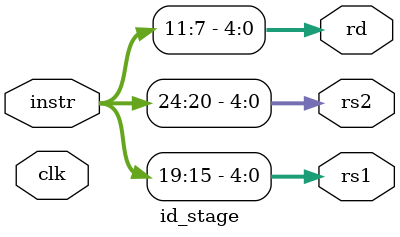
<source format=v>

module id_stage(input clk, input [31:0] instr, output reg [4:0] rs1, rs2, rd);
    always @(*) begin
        rs1 = instr[19:15];
        rs2 = instr[24:20];
        rd  = instr[11:7];
    end
endmodule

</source>
